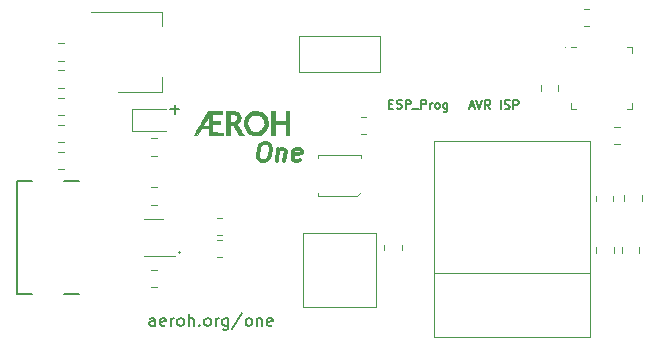
<source format=gbr>
%TF.GenerationSoftware,KiCad,Pcbnew,(6.0.0-0)*%
%TF.CreationDate,2022-04-04T00:22:25-07:00*%
%TF.ProjectId,aeroh_one,6165726f-685f-46f6-9e65-2e6b69636164,rev?*%
%TF.SameCoordinates,Original*%
%TF.FileFunction,Legend,Top*%
%TF.FilePolarity,Positive*%
%FSLAX46Y46*%
G04 Gerber Fmt 4.6, Leading zero omitted, Abs format (unit mm)*
G04 Created by KiCad (PCBNEW (6.0.0-0)) date 2022-04-04 00:22:25*
%MOMM*%
%LPD*%
G01*
G04 APERTURE LIST*
%ADD10C,0.120000*%
%ADD11C,0.150000*%
%ADD12C,0.300000*%
%ADD13C,0.200000*%
%ADD14C,0.010000*%
G04 APERTURE END LIST*
D10*
X139677953Y-127499356D02*
G75*
G03*
X139677953Y-127499356I-74053J0D01*
G01*
X172316682Y-110147100D02*
G75*
G03*
X172316682Y-110147100I-53882J0D01*
G01*
D11*
X164180571Y-115137000D02*
X164537714Y-115137000D01*
X164109142Y-115351285D02*
X164359142Y-114601285D01*
X164609142Y-115351285D01*
X164752000Y-114601285D02*
X165002000Y-115351285D01*
X165252000Y-114601285D01*
X165930571Y-115351285D02*
X165680571Y-114994142D01*
X165502000Y-115351285D02*
X165502000Y-114601285D01*
X165787714Y-114601285D01*
X165859142Y-114637000D01*
X165894857Y-114672714D01*
X165930571Y-114744142D01*
X165930571Y-114851285D01*
X165894857Y-114922714D01*
X165859142Y-114958428D01*
X165787714Y-114994142D01*
X165502000Y-114994142D01*
X166823428Y-115351285D02*
X166823428Y-114601285D01*
X167144857Y-115315571D02*
X167252000Y-115351285D01*
X167430571Y-115351285D01*
X167502000Y-115315571D01*
X167537714Y-115279857D01*
X167573428Y-115208428D01*
X167573428Y-115137000D01*
X167537714Y-115065571D01*
X167502000Y-115029857D01*
X167430571Y-114994142D01*
X167287714Y-114958428D01*
X167216285Y-114922714D01*
X167180571Y-114887000D01*
X167144857Y-114815571D01*
X167144857Y-114744142D01*
X167180571Y-114672714D01*
X167216285Y-114637000D01*
X167287714Y-114601285D01*
X167466285Y-114601285D01*
X167573428Y-114637000D01*
X167894857Y-115351285D02*
X167894857Y-114601285D01*
X168180571Y-114601285D01*
X168252000Y-114637000D01*
X168287714Y-114672714D01*
X168323428Y-114744142D01*
X168323428Y-114851285D01*
X168287714Y-114922714D01*
X168252000Y-114958428D01*
X168180571Y-114994142D01*
X167894857Y-114994142D01*
D12*
X146740504Y-118227428D02*
X147030790Y-118227428D01*
X147166861Y-118300000D01*
X147293861Y-118445142D01*
X147330147Y-118735428D01*
X147266647Y-119243428D01*
X147157790Y-119533714D01*
X146994504Y-119678857D01*
X146840290Y-119751428D01*
X146550004Y-119751428D01*
X146413933Y-119678857D01*
X146286933Y-119533714D01*
X146250647Y-119243428D01*
X146314147Y-118735428D01*
X146423004Y-118445142D01*
X146586290Y-118300000D01*
X146740504Y-118227428D01*
X147983290Y-118735428D02*
X147856290Y-119751428D01*
X147965147Y-118880571D02*
X148046790Y-118808000D01*
X148201004Y-118735428D01*
X148418718Y-118735428D01*
X148554790Y-118808000D01*
X148609218Y-118953142D01*
X148509433Y-119751428D01*
X149824790Y-119678857D02*
X149670576Y-119751428D01*
X149380290Y-119751428D01*
X149244218Y-119678857D01*
X149189790Y-119533714D01*
X149262361Y-118953142D01*
X149353076Y-118808000D01*
X149507290Y-118735428D01*
X149797576Y-118735428D01*
X149933647Y-118808000D01*
X149988076Y-118953142D01*
X149969933Y-119098285D01*
X149226076Y-119243428D01*
D11*
X157377714Y-114928428D02*
X157627714Y-114928428D01*
X157734857Y-115321285D02*
X157377714Y-115321285D01*
X157377714Y-114571285D01*
X157734857Y-114571285D01*
X158020571Y-115285571D02*
X158127714Y-115321285D01*
X158306285Y-115321285D01*
X158377714Y-115285571D01*
X158413428Y-115249857D01*
X158449142Y-115178428D01*
X158449142Y-115107000D01*
X158413428Y-115035571D01*
X158377714Y-114999857D01*
X158306285Y-114964142D01*
X158163428Y-114928428D01*
X158092000Y-114892714D01*
X158056285Y-114857000D01*
X158020571Y-114785571D01*
X158020571Y-114714142D01*
X158056285Y-114642714D01*
X158092000Y-114607000D01*
X158163428Y-114571285D01*
X158342000Y-114571285D01*
X158449142Y-114607000D01*
X158770571Y-115321285D02*
X158770571Y-114571285D01*
X159056285Y-114571285D01*
X159127714Y-114607000D01*
X159163428Y-114642714D01*
X159199142Y-114714142D01*
X159199142Y-114821285D01*
X159163428Y-114892714D01*
X159127714Y-114928428D01*
X159056285Y-114964142D01*
X158770571Y-114964142D01*
X159342000Y-115392714D02*
X159913428Y-115392714D01*
X160092000Y-115321285D02*
X160092000Y-114571285D01*
X160377714Y-114571285D01*
X160449142Y-114607000D01*
X160484857Y-114642714D01*
X160520571Y-114714142D01*
X160520571Y-114821285D01*
X160484857Y-114892714D01*
X160449142Y-114928428D01*
X160377714Y-114964142D01*
X160092000Y-114964142D01*
X160842000Y-115321285D02*
X160842000Y-114821285D01*
X160842000Y-114964142D02*
X160877714Y-114892714D01*
X160913428Y-114857000D01*
X160984857Y-114821285D01*
X161056285Y-114821285D01*
X161413428Y-115321285D02*
X161342000Y-115285571D01*
X161306285Y-115249857D01*
X161270571Y-115178428D01*
X161270571Y-114964142D01*
X161306285Y-114892714D01*
X161342000Y-114857000D01*
X161413428Y-114821285D01*
X161520571Y-114821285D01*
X161592000Y-114857000D01*
X161627714Y-114892714D01*
X161663428Y-114964142D01*
X161663428Y-115178428D01*
X161627714Y-115249857D01*
X161592000Y-115285571D01*
X161520571Y-115321285D01*
X161413428Y-115321285D01*
X162306285Y-114821285D02*
X162306285Y-115428428D01*
X162270571Y-115499857D01*
X162234857Y-115535571D01*
X162163428Y-115571285D01*
X162056285Y-115571285D01*
X161984857Y-115535571D01*
X162306285Y-115285571D02*
X162234857Y-115321285D01*
X162092000Y-115321285D01*
X162020571Y-115285571D01*
X161984857Y-115249857D01*
X161949142Y-115178428D01*
X161949142Y-114964142D01*
X161984857Y-114892714D01*
X162020571Y-114857000D01*
X162092000Y-114821285D01*
X162234857Y-114821285D01*
X162306285Y-114857000D01*
X138821047Y-115383428D02*
X139582952Y-115383428D01*
X139202000Y-115764380D02*
X139202000Y-115002476D01*
D13*
X137543904Y-133714380D02*
X137543904Y-133190571D01*
X137496285Y-133095333D01*
X137401047Y-133047714D01*
X137210571Y-133047714D01*
X137115333Y-133095333D01*
X137543904Y-133666761D02*
X137448666Y-133714380D01*
X137210571Y-133714380D01*
X137115333Y-133666761D01*
X137067714Y-133571523D01*
X137067714Y-133476285D01*
X137115333Y-133381047D01*
X137210571Y-133333428D01*
X137448666Y-133333428D01*
X137543904Y-133285809D01*
X138401047Y-133666761D02*
X138305809Y-133714380D01*
X138115333Y-133714380D01*
X138020095Y-133666761D01*
X137972476Y-133571523D01*
X137972476Y-133190571D01*
X138020095Y-133095333D01*
X138115333Y-133047714D01*
X138305809Y-133047714D01*
X138401047Y-133095333D01*
X138448666Y-133190571D01*
X138448666Y-133285809D01*
X137972476Y-133381047D01*
X138877238Y-133714380D02*
X138877238Y-133047714D01*
X138877238Y-133238190D02*
X138924857Y-133142952D01*
X138972476Y-133095333D01*
X139067714Y-133047714D01*
X139162952Y-133047714D01*
X139639142Y-133714380D02*
X139543904Y-133666761D01*
X139496285Y-133619142D01*
X139448666Y-133523904D01*
X139448666Y-133238190D01*
X139496285Y-133142952D01*
X139543904Y-133095333D01*
X139639142Y-133047714D01*
X139782000Y-133047714D01*
X139877238Y-133095333D01*
X139924857Y-133142952D01*
X139972476Y-133238190D01*
X139972476Y-133523904D01*
X139924857Y-133619142D01*
X139877238Y-133666761D01*
X139782000Y-133714380D01*
X139639142Y-133714380D01*
X140401047Y-133714380D02*
X140401047Y-132714380D01*
X140829619Y-133714380D02*
X140829619Y-133190571D01*
X140782000Y-133095333D01*
X140686761Y-133047714D01*
X140543904Y-133047714D01*
X140448666Y-133095333D01*
X140401047Y-133142952D01*
X141305809Y-133619142D02*
X141353428Y-133666761D01*
X141305809Y-133714380D01*
X141258190Y-133666761D01*
X141305809Y-133619142D01*
X141305809Y-133714380D01*
X141924857Y-133714380D02*
X141829619Y-133666761D01*
X141782000Y-133619142D01*
X141734380Y-133523904D01*
X141734380Y-133238190D01*
X141782000Y-133142952D01*
X141829619Y-133095333D01*
X141924857Y-133047714D01*
X142067714Y-133047714D01*
X142162952Y-133095333D01*
X142210571Y-133142952D01*
X142258190Y-133238190D01*
X142258190Y-133523904D01*
X142210571Y-133619142D01*
X142162952Y-133666761D01*
X142067714Y-133714380D01*
X141924857Y-133714380D01*
X142686761Y-133714380D02*
X142686761Y-133047714D01*
X142686761Y-133238190D02*
X142734380Y-133142952D01*
X142782000Y-133095333D01*
X142877238Y-133047714D01*
X142972476Y-133047714D01*
X143734380Y-133047714D02*
X143734380Y-133857238D01*
X143686761Y-133952476D01*
X143639142Y-134000095D01*
X143543904Y-134047714D01*
X143401047Y-134047714D01*
X143305809Y-134000095D01*
X143734380Y-133666761D02*
X143639142Y-133714380D01*
X143448666Y-133714380D01*
X143353428Y-133666761D01*
X143305809Y-133619142D01*
X143258190Y-133523904D01*
X143258190Y-133238190D01*
X143305809Y-133142952D01*
X143353428Y-133095333D01*
X143448666Y-133047714D01*
X143639142Y-133047714D01*
X143734380Y-133095333D01*
X144924857Y-132666761D02*
X144067714Y-133952476D01*
X145401047Y-133714380D02*
X145305809Y-133666761D01*
X145258190Y-133619142D01*
X145210571Y-133523904D01*
X145210571Y-133238190D01*
X145258190Y-133142952D01*
X145305809Y-133095333D01*
X145401047Y-133047714D01*
X145543904Y-133047714D01*
X145639142Y-133095333D01*
X145686761Y-133142952D01*
X145734380Y-133238190D01*
X145734380Y-133523904D01*
X145686761Y-133619142D01*
X145639142Y-133666761D01*
X145543904Y-133714380D01*
X145401047Y-133714380D01*
X146162952Y-133047714D02*
X146162952Y-133714380D01*
X146162952Y-133142952D02*
X146210571Y-133095333D01*
X146305809Y-133047714D01*
X146448666Y-133047714D01*
X146543904Y-133095333D01*
X146591523Y-133190571D01*
X146591523Y-133714380D01*
X147448666Y-133666761D02*
X147353428Y-133714380D01*
X147162952Y-133714380D01*
X147067714Y-133666761D01*
X147020095Y-133571523D01*
X147020095Y-133190571D01*
X147067714Y-133095333D01*
X147162952Y-133047714D01*
X147353428Y-133047714D01*
X147448666Y-133095333D01*
X147496285Y-133190571D01*
X147496285Y-133285809D01*
X147020095Y-133381047D01*
D10*
%TO.C,C1*%
X129330748Y-118986600D02*
X129853252Y-118986600D01*
X129330748Y-120456600D02*
X129853252Y-120456600D01*
%TO.C,C2*%
X129823252Y-114386600D02*
X129300748Y-114386600D01*
X129823252Y-115856600D02*
X129300748Y-115856600D01*
%TO.C,C3*%
X129818652Y-112086600D02*
X129296148Y-112086600D01*
X129818652Y-113556600D02*
X129296148Y-113556600D01*
%TO.C,C4*%
X129818652Y-111256600D02*
X129296148Y-111256600D01*
X129818652Y-109786600D02*
X129296148Y-109786600D01*
%TO.C,D1*%
X138450000Y-115361600D02*
X135565000Y-115361600D01*
X135565000Y-115361600D02*
X135565000Y-117181600D01*
X135565000Y-117181600D02*
X138450000Y-117181600D01*
%TO.C,D3*%
X149762000Y-112212000D02*
X156562000Y-112212000D01*
X156562000Y-109212000D02*
X156562000Y-112212000D01*
X149762000Y-109212000D02*
X156562000Y-109212000D01*
X149762000Y-109212000D02*
X149762000Y-112212000D01*
%TO.C,FB1*%
X129823252Y-116711600D02*
X129300748Y-116711600D01*
X129823252Y-118131600D02*
X129300748Y-118131600D01*
D13*
%TO.C,J1*%
X127130000Y-121442156D02*
X125850000Y-121442156D01*
X125850000Y-131022156D02*
X127130000Y-131022156D01*
X131100000Y-121442156D02*
X129850000Y-121442156D01*
X131100000Y-131022156D02*
X129850000Y-131022156D01*
X125850000Y-121442156D02*
X125850000Y-131022156D01*
D10*
%TO.C,R1*%
X137677064Y-121997156D02*
X137222936Y-121997156D01*
X137677064Y-123467156D02*
X137222936Y-123467156D01*
%TO.C,R2*%
X137677064Y-130467156D02*
X137222936Y-130467156D01*
X137677064Y-128997156D02*
X137222936Y-128997156D01*
%TO.C,R3*%
X137677064Y-117836600D02*
X137222936Y-117836600D01*
X137677064Y-119306600D02*
X137222936Y-119306600D01*
%TO.C,R16*%
X156967000Y-126864936D02*
X156967000Y-127319064D01*
X158437000Y-126864936D02*
X158437000Y-127319064D01*
%TO.C,U2*%
X137450000Y-127792156D02*
X136650000Y-127792156D01*
X137450000Y-127792156D02*
X139250000Y-127792156D01*
X137450000Y-124672156D02*
X136650000Y-124672156D01*
X137450000Y-124672156D02*
X138250000Y-124672156D01*
%TO.C,U3*%
X132131600Y-107111600D02*
X138141600Y-107111600D01*
X138141600Y-113931600D02*
X138141600Y-112671600D01*
X134381600Y-113931600D02*
X138141600Y-113931600D01*
X138141600Y-107111600D02*
X138141600Y-108371600D01*
%TO.C,C7*%
X176372200Y-127011548D02*
X176372200Y-127534052D01*
X174902200Y-127011548D02*
X174902200Y-127534052D01*
%TO.C,C8*%
X178531200Y-127011548D02*
X178531200Y-127534052D01*
X177061200Y-127011548D02*
X177061200Y-127534052D01*
%TO.C,C9*%
X178757000Y-123179752D02*
X178757000Y-122657248D01*
X177287000Y-123179752D02*
X177287000Y-122657248D01*
%TO.C,R12*%
X174874000Y-122691436D02*
X174874000Y-123145564D01*
X176344000Y-122691436D02*
X176344000Y-123145564D01*
%TO.C,U4*%
X174335000Y-129265000D02*
X161135000Y-129265000D01*
X174335000Y-134665000D02*
X174335000Y-118065000D01*
X161135000Y-134665000D02*
X161135000Y-118065000D01*
X174335000Y-118065000D02*
X161135000Y-118065000D01*
X174335000Y-134665000D02*
X161135000Y-134665000D01*
%TO.C,C10*%
X170207000Y-113298248D02*
X170207000Y-113820752D01*
X171677000Y-113298248D02*
X171677000Y-113820752D01*
%TO.C,C11*%
X176892852Y-118362400D02*
X176370348Y-118362400D01*
X176892852Y-116892400D02*
X176370348Y-116892400D01*
%TO.C,R17*%
X174299064Y-106897000D02*
X173844936Y-106897000D01*
X174299064Y-108367000D02*
X173844936Y-108367000D01*
%TO.C,U5*%
X177483000Y-110145000D02*
X177958000Y-110145000D01*
X173213000Y-115365000D02*
X172738000Y-115365000D01*
X172738000Y-115365000D02*
X172738000Y-114890000D01*
X177958000Y-115365000D02*
X177958000Y-114890000D01*
X177483000Y-115365000D02*
X177958000Y-115365000D01*
X177958000Y-110145000D02*
X177958000Y-110620000D01*
X173213000Y-110145000D02*
X172738000Y-110145000D01*
D14*
%TO.C,G\u002A\u002A\u002A*%
X143206306Y-115768250D02*
X142377278Y-115768250D01*
X142377278Y-115768250D02*
X142377278Y-116402504D01*
X142377278Y-116402504D02*
X143074014Y-116412070D01*
X143074014Y-116412070D02*
X143074014Y-116623736D01*
X143074014Y-116623736D02*
X142725646Y-116628519D01*
X142725646Y-116628519D02*
X142377278Y-116633301D01*
X142377278Y-116633301D02*
X142377278Y-117337505D01*
X142377278Y-117337505D02*
X143268042Y-117346931D01*
X143268042Y-117346931D02*
X143273293Y-117457174D01*
X143273293Y-117457174D02*
X143278545Y-117567417D01*
X143278545Y-117567417D02*
X142095056Y-117567417D01*
X142095056Y-117567417D02*
X142095056Y-117002972D01*
X142095056Y-117002972D02*
X141447510Y-117002972D01*
X141447510Y-117002972D02*
X141287864Y-117280785D01*
X141287864Y-117280785D02*
X141128219Y-117558597D01*
X141128219Y-117558597D02*
X140992549Y-117563780D01*
X140992549Y-117563780D02*
X140926920Y-117564387D01*
X140926920Y-117564387D02*
X140881413Y-117560994D01*
X140881413Y-117560994D02*
X140862958Y-117554194D01*
X140862958Y-117554194D02*
X140863016Y-117552727D01*
X140863016Y-117552727D02*
X140872688Y-117535025D01*
X140872688Y-117535025D02*
X140898542Y-117489385D01*
X140898542Y-117489385D02*
X140939086Y-117418400D01*
X140939086Y-117418400D02*
X140992830Y-117324666D01*
X140992830Y-117324666D02*
X141058282Y-117210774D01*
X141058282Y-117210774D02*
X141133951Y-117079320D01*
X141133951Y-117079320D02*
X141218347Y-116932897D01*
X141218347Y-116932897D02*
X141306286Y-116780494D01*
X141306286Y-116780494D02*
X141583528Y-116780494D01*
X141583528Y-116780494D02*
X141600115Y-116784376D01*
X141600115Y-116784376D02*
X141645675Y-116787639D01*
X141645675Y-116787639D02*
X141713903Y-116790010D01*
X141713903Y-116790010D02*
X141798495Y-116791212D01*
X141798495Y-116791212D02*
X141831026Y-116791306D01*
X141831026Y-116791306D02*
X141937131Y-116790387D01*
X141937131Y-116790387D02*
X142011892Y-116787404D01*
X142011892Y-116787404D02*
X142059201Y-116782017D01*
X142059201Y-116782017D02*
X142082948Y-116773884D01*
X142082948Y-116773884D02*
X142087119Y-116768908D01*
X142087119Y-116768908D02*
X142089341Y-116745591D01*
X142089341Y-116745591D02*
X142090955Y-116692178D01*
X142090955Y-116692178D02*
X142091917Y-116613843D01*
X142091917Y-116613843D02*
X142092181Y-116515764D01*
X142092181Y-116515764D02*
X142091703Y-116403117D01*
X142091703Y-116403117D02*
X142090975Y-116324755D01*
X142090975Y-116324755D02*
X142086236Y-115902999D01*
X142086236Y-115902999D02*
X141834882Y-116336341D01*
X141834882Y-116336341D02*
X141770112Y-116448373D01*
X141770112Y-116448373D02*
X141711529Y-116550406D01*
X141711529Y-116550406D02*
X141661370Y-116638488D01*
X141661370Y-116638488D02*
X141621873Y-116708665D01*
X141621873Y-116708665D02*
X141595274Y-116756984D01*
X141595274Y-116756984D02*
X141583811Y-116779491D01*
X141583811Y-116779491D02*
X141583528Y-116780494D01*
X141583528Y-116780494D02*
X141306286Y-116780494D01*
X141306286Y-116780494D02*
X141309977Y-116774099D01*
X141309977Y-116774099D02*
X141407352Y-116605520D01*
X141407352Y-116605520D02*
X141441444Y-116546537D01*
X141441444Y-116546537D02*
X142013735Y-115556583D01*
X142013735Y-115556583D02*
X143206306Y-115556583D01*
X143206306Y-115556583D02*
X143206306Y-115768250D01*
X143206306Y-115768250D02*
X143206306Y-115768250D01*
G36*
X141407352Y-116605520D02*
G01*
X141441444Y-116546537D01*
X142013735Y-115556583D01*
X143206306Y-115556583D01*
X143206306Y-115768250D01*
X142377278Y-115768250D01*
X142377278Y-116402504D01*
X143074014Y-116412070D01*
X143074014Y-116623736D01*
X142725646Y-116628519D01*
X142377278Y-116633301D01*
X142377278Y-117337505D01*
X143268042Y-117346931D01*
X143273293Y-117457174D01*
X143278545Y-117567417D01*
X142095056Y-117567417D01*
X142095056Y-117002972D01*
X141447510Y-117002972D01*
X141287864Y-117280785D01*
X141128219Y-117558597D01*
X140992549Y-117563780D01*
X140926920Y-117564387D01*
X140881413Y-117560994D01*
X140862958Y-117554194D01*
X140863016Y-117552727D01*
X140872688Y-117535025D01*
X140898542Y-117489385D01*
X140939086Y-117418400D01*
X140992830Y-117324666D01*
X141058282Y-117210774D01*
X141133951Y-117079320D01*
X141218347Y-116932897D01*
X141306286Y-116780494D01*
X141583528Y-116780494D01*
X141600115Y-116784376D01*
X141645675Y-116787639D01*
X141713903Y-116790010D01*
X141798495Y-116791212D01*
X141831026Y-116791306D01*
X141937131Y-116790387D01*
X142011892Y-116787404D01*
X142059201Y-116782017D01*
X142082948Y-116773884D01*
X142087119Y-116768908D01*
X142089341Y-116745591D01*
X142090955Y-116692178D01*
X142091917Y-116613843D01*
X142092181Y-116515764D01*
X142091703Y-116403117D01*
X142090975Y-116324755D01*
X142086236Y-115902999D01*
X141834882Y-116336341D01*
X141770112Y-116448373D01*
X141711529Y-116550406D01*
X141661370Y-116638488D01*
X141621873Y-116708665D01*
X141595274Y-116756984D01*
X141583811Y-116779491D01*
X141583528Y-116780494D01*
X141306286Y-116780494D01*
X141309977Y-116774099D01*
X141407352Y-116605520D01*
G37*
X141407352Y-116605520D02*
X141441444Y-116546537D01*
X142013735Y-115556583D01*
X143206306Y-115556583D01*
X143206306Y-115768250D01*
X142377278Y-115768250D01*
X142377278Y-116402504D01*
X143074014Y-116412070D01*
X143074014Y-116623736D01*
X142725646Y-116628519D01*
X142377278Y-116633301D01*
X142377278Y-117337505D01*
X143268042Y-117346931D01*
X143273293Y-117457174D01*
X143278545Y-117567417D01*
X142095056Y-117567417D01*
X142095056Y-117002972D01*
X141447510Y-117002972D01*
X141287864Y-117280785D01*
X141128219Y-117558597D01*
X140992549Y-117563780D01*
X140926920Y-117564387D01*
X140881413Y-117560994D01*
X140862958Y-117554194D01*
X140863016Y-117552727D01*
X140872688Y-117535025D01*
X140898542Y-117489385D01*
X140939086Y-117418400D01*
X140992830Y-117324666D01*
X141058282Y-117210774D01*
X141133951Y-117079320D01*
X141218347Y-116932897D01*
X141306286Y-116780494D01*
X141583528Y-116780494D01*
X141600115Y-116784376D01*
X141645675Y-116787639D01*
X141713903Y-116790010D01*
X141798495Y-116791212D01*
X141831026Y-116791306D01*
X141937131Y-116790387D01*
X142011892Y-116787404D01*
X142059201Y-116782017D01*
X142082948Y-116773884D01*
X142087119Y-116768908D01*
X142089341Y-116745591D01*
X142090955Y-116692178D01*
X142091917Y-116613843D01*
X142092181Y-116515764D01*
X142091703Y-116403117D01*
X142090975Y-116324755D01*
X142086236Y-115902999D01*
X141834882Y-116336341D01*
X141770112Y-116448373D01*
X141711529Y-116550406D01*
X141661370Y-116638488D01*
X141621873Y-116708665D01*
X141595274Y-116756984D01*
X141583811Y-116779491D01*
X141583528Y-116780494D01*
X141306286Y-116780494D01*
X141309977Y-116774099D01*
X141407352Y-116605520D01*
X146143181Y-115544733D02*
X146329828Y-115572496D01*
X146329828Y-115572496D02*
X146502063Y-115630753D01*
X146502063Y-115630753D02*
X146657332Y-115716770D01*
X146657332Y-115716770D02*
X146793082Y-115827815D01*
X146793082Y-115827815D02*
X146906759Y-115961156D01*
X146906759Y-115961156D02*
X146995810Y-116114060D01*
X146995810Y-116114060D02*
X147057680Y-116283796D01*
X147057680Y-116283796D02*
X147089816Y-116467630D01*
X147089816Y-116467630D02*
X147093935Y-116562000D01*
X147093935Y-116562000D02*
X147077781Y-116747243D01*
X147077781Y-116747243D02*
X147030784Y-116920272D01*
X147030784Y-116920272D02*
X146956007Y-117078620D01*
X146956007Y-117078620D02*
X146856511Y-117219821D01*
X146856511Y-117219821D02*
X146735358Y-117341410D01*
X146735358Y-117341410D02*
X146595609Y-117440918D01*
X146595609Y-117440918D02*
X146440326Y-117515881D01*
X146440326Y-117515881D02*
X146272572Y-117563832D01*
X146272572Y-117563832D02*
X146095407Y-117582303D01*
X146095407Y-117582303D02*
X145911893Y-117568830D01*
X145911893Y-117568830D02*
X145857003Y-117558395D01*
X145857003Y-117558395D02*
X145784787Y-117537421D01*
X145784787Y-117537421D02*
X145700412Y-117505227D01*
X145700412Y-117505227D02*
X145621978Y-117468729D01*
X145621978Y-117468729D02*
X145621007Y-117468220D01*
X145621007Y-117468220D02*
X145460155Y-117364819D01*
X145460155Y-117364819D02*
X145325131Y-117238480D01*
X145325131Y-117238480D02*
X145217583Y-117091933D01*
X145217583Y-117091933D02*
X145139158Y-116927909D01*
X145139158Y-116927909D02*
X145091505Y-116749136D01*
X145091505Y-116749136D02*
X145079471Y-116604579D01*
X145079471Y-116604579D02*
X145345974Y-116604579D01*
X145345974Y-116604579D02*
X145354251Y-116668826D01*
X145354251Y-116668826D02*
X145400667Y-116830779D01*
X145400667Y-116830779D02*
X145474972Y-116973724D01*
X145474972Y-116973724D02*
X145574913Y-117095003D01*
X145574913Y-117095003D02*
X145698238Y-117191957D01*
X145698238Y-117191957D02*
X145842693Y-117261928D01*
X145842693Y-117261928D02*
X145862671Y-117268826D01*
X145862671Y-117268826D02*
X145993753Y-117296094D01*
X145993753Y-117296094D02*
X146135374Y-117298161D01*
X146135374Y-117298161D02*
X146274546Y-117275824D01*
X146274546Y-117275824D02*
X146384372Y-117236761D01*
X146384372Y-117236761D02*
X146527338Y-117151566D01*
X146527338Y-117151566D02*
X146642445Y-117044826D01*
X146642445Y-117044826D02*
X146730236Y-116915922D01*
X146730236Y-116915922D02*
X146787422Y-116776967D01*
X146787422Y-116776967D02*
X146818107Y-116621332D01*
X146818107Y-116621332D02*
X146815421Y-116467904D01*
X146815421Y-116467904D02*
X146781218Y-116320786D01*
X146781218Y-116320786D02*
X146717354Y-116184082D01*
X146717354Y-116184082D02*
X146625685Y-116061895D01*
X146625685Y-116061895D02*
X146508064Y-115958327D01*
X146508064Y-115958327D02*
X146384474Y-115885805D01*
X146384474Y-115885805D02*
X146327845Y-115860290D01*
X146327845Y-115860290D02*
X146280610Y-115843993D01*
X146280610Y-115843993D02*
X146231685Y-115834871D01*
X146231685Y-115834871D02*
X146169987Y-115830882D01*
X146169987Y-115830882D02*
X146084435Y-115829987D01*
X146084435Y-115829987D02*
X146081445Y-115829986D01*
X146081445Y-115829986D02*
X145995097Y-115830814D01*
X145995097Y-115830814D02*
X145932905Y-115834669D01*
X145932905Y-115834669D02*
X145883759Y-115843608D01*
X145883759Y-115843608D02*
X145836550Y-115859689D01*
X145836550Y-115859689D02*
X145780168Y-115884970D01*
X145780168Y-115884970D02*
X145777337Y-115886309D01*
X145777337Y-115886309D02*
X145649235Y-115964677D01*
X145649235Y-115964677D02*
X145539652Y-116066913D01*
X145539652Y-116066913D02*
X145451561Y-116187520D01*
X145451561Y-116187520D02*
X145387936Y-116320999D01*
X145387936Y-116320999D02*
X145351750Y-116461851D01*
X145351750Y-116461851D02*
X145345974Y-116604579D01*
X145345974Y-116604579D02*
X145079471Y-116604579D01*
X145079471Y-116604579D02*
X145076237Y-116565738D01*
X145076237Y-116565738D02*
X145088455Y-116382214D01*
X145088455Y-116382214D02*
X145126211Y-116219518D01*
X145126211Y-116219518D02*
X145191876Y-116071871D01*
X145191876Y-116071871D02*
X145287823Y-115933495D01*
X145287823Y-115933495D02*
X145374693Y-115838636D01*
X145374693Y-115838636D02*
X145520115Y-115714961D01*
X145520115Y-115714961D02*
X145674421Y-115625108D01*
X145674421Y-115625108D02*
X145839676Y-115568288D01*
X145839676Y-115568288D02*
X146017948Y-115543710D01*
X146017948Y-115543710D02*
X146143181Y-115544733D01*
X146143181Y-115544733D02*
X146143181Y-115544733D01*
G36*
X145088455Y-116382214D02*
G01*
X145126211Y-116219518D01*
X145191876Y-116071871D01*
X145287823Y-115933495D01*
X145374693Y-115838636D01*
X145520115Y-115714961D01*
X145674421Y-115625108D01*
X145839676Y-115568288D01*
X146017948Y-115543710D01*
X146143181Y-115544733D01*
X146329828Y-115572496D01*
X146502063Y-115630753D01*
X146657332Y-115716770D01*
X146793082Y-115827815D01*
X146906759Y-115961156D01*
X146995810Y-116114060D01*
X147057680Y-116283796D01*
X147089816Y-116467630D01*
X147093935Y-116562000D01*
X147077781Y-116747243D01*
X147030784Y-116920272D01*
X146956007Y-117078620D01*
X146856511Y-117219821D01*
X146735358Y-117341410D01*
X146595609Y-117440918D01*
X146440326Y-117515881D01*
X146272572Y-117563832D01*
X146095407Y-117582303D01*
X145911893Y-117568830D01*
X145857003Y-117558395D01*
X145784787Y-117537421D01*
X145700412Y-117505227D01*
X145621978Y-117468729D01*
X145621007Y-117468220D01*
X145460155Y-117364819D01*
X145325131Y-117238480D01*
X145217583Y-117091933D01*
X145139158Y-116927909D01*
X145091505Y-116749136D01*
X145079471Y-116604579D01*
X145345974Y-116604579D01*
X145354251Y-116668826D01*
X145400667Y-116830779D01*
X145474972Y-116973724D01*
X145574913Y-117095003D01*
X145698238Y-117191957D01*
X145842693Y-117261928D01*
X145862671Y-117268826D01*
X145993753Y-117296094D01*
X146135374Y-117298161D01*
X146274546Y-117275824D01*
X146384372Y-117236761D01*
X146527338Y-117151566D01*
X146642445Y-117044826D01*
X146730236Y-116915922D01*
X146787422Y-116776967D01*
X146818107Y-116621332D01*
X146815421Y-116467904D01*
X146781218Y-116320786D01*
X146717354Y-116184082D01*
X146625685Y-116061895D01*
X146508064Y-115958327D01*
X146384474Y-115885805D01*
X146327845Y-115860290D01*
X146280610Y-115843993D01*
X146231685Y-115834871D01*
X146169987Y-115830882D01*
X146084435Y-115829987D01*
X146081445Y-115829986D01*
X145995097Y-115830814D01*
X145932905Y-115834669D01*
X145883759Y-115843608D01*
X145836550Y-115859689D01*
X145780168Y-115884970D01*
X145777337Y-115886309D01*
X145649235Y-115964677D01*
X145539652Y-116066913D01*
X145451561Y-116187520D01*
X145387936Y-116320999D01*
X145351750Y-116461851D01*
X145345974Y-116604579D01*
X145079471Y-116604579D01*
X145076237Y-116565738D01*
X145088455Y-116382214D01*
G37*
X145088455Y-116382214D02*
X145126211Y-116219518D01*
X145191876Y-116071871D01*
X145287823Y-115933495D01*
X145374693Y-115838636D01*
X145520115Y-115714961D01*
X145674421Y-115625108D01*
X145839676Y-115568288D01*
X146017948Y-115543710D01*
X146143181Y-115544733D01*
X146329828Y-115572496D01*
X146502063Y-115630753D01*
X146657332Y-115716770D01*
X146793082Y-115827815D01*
X146906759Y-115961156D01*
X146995810Y-116114060D01*
X147057680Y-116283796D01*
X147089816Y-116467630D01*
X147093935Y-116562000D01*
X147077781Y-116747243D01*
X147030784Y-116920272D01*
X146956007Y-117078620D01*
X146856511Y-117219821D01*
X146735358Y-117341410D01*
X146595609Y-117440918D01*
X146440326Y-117515881D01*
X146272572Y-117563832D01*
X146095407Y-117582303D01*
X145911893Y-117568830D01*
X145857003Y-117558395D01*
X145784787Y-117537421D01*
X145700412Y-117505227D01*
X145621978Y-117468729D01*
X145621007Y-117468220D01*
X145460155Y-117364819D01*
X145325131Y-117238480D01*
X145217583Y-117091933D01*
X145139158Y-116927909D01*
X145091505Y-116749136D01*
X145079471Y-116604579D01*
X145345974Y-116604579D01*
X145354251Y-116668826D01*
X145400667Y-116830779D01*
X145474972Y-116973724D01*
X145574913Y-117095003D01*
X145698238Y-117191957D01*
X145842693Y-117261928D01*
X145862671Y-117268826D01*
X145993753Y-117296094D01*
X146135374Y-117298161D01*
X146274546Y-117275824D01*
X146384372Y-117236761D01*
X146527338Y-117151566D01*
X146642445Y-117044826D01*
X146730236Y-116915922D01*
X146787422Y-116776967D01*
X146818107Y-116621332D01*
X146815421Y-116467904D01*
X146781218Y-116320786D01*
X146717354Y-116184082D01*
X146625685Y-116061895D01*
X146508064Y-115958327D01*
X146384474Y-115885805D01*
X146327845Y-115860290D01*
X146280610Y-115843993D01*
X146231685Y-115834871D01*
X146169987Y-115830882D01*
X146084435Y-115829987D01*
X146081445Y-115829986D01*
X145995097Y-115830814D01*
X145932905Y-115834669D01*
X145883759Y-115843608D01*
X145836550Y-115859689D01*
X145780168Y-115884970D01*
X145777337Y-115886309D01*
X145649235Y-115964677D01*
X145539652Y-116066913D01*
X145451561Y-116187520D01*
X145387936Y-116320999D01*
X145351750Y-116461851D01*
X145345974Y-116604579D01*
X145079471Y-116604579D01*
X145076237Y-116565738D01*
X145088455Y-116382214D01*
X143995646Y-115559594D02*
X144128249Y-115561556D01*
X144128249Y-115561556D02*
X144230763Y-115563645D01*
X144230763Y-115563645D02*
X144308378Y-115566381D01*
X144308378Y-115566381D02*
X144366281Y-115570285D01*
X144366281Y-115570285D02*
X144409660Y-115575875D01*
X144409660Y-115575875D02*
X144443703Y-115583672D01*
X144443703Y-115583672D02*
X144473598Y-115594195D01*
X144473598Y-115594195D02*
X144504532Y-115607965D01*
X144504532Y-115607965D02*
X144511584Y-115611288D01*
X144511584Y-115611288D02*
X144618360Y-115673796D01*
X144618360Y-115673796D02*
X144695295Y-115748847D01*
X144695295Y-115748847D02*
X144747264Y-115842716D01*
X144747264Y-115842716D02*
X144777741Y-115953897D01*
X144777741Y-115953897D02*
X144785454Y-116088811D01*
X144785454Y-116088811D02*
X144761001Y-116221766D01*
X144761001Y-116221766D02*
X144707284Y-116346935D01*
X144707284Y-116346935D02*
X144627202Y-116458489D01*
X144627202Y-116458489D02*
X144523654Y-116550599D01*
X144523654Y-116550599D02*
X144461942Y-116588640D01*
X144461942Y-116588640D02*
X144389507Y-116627384D01*
X144389507Y-116627384D02*
X144715129Y-117087424D01*
X144715129Y-117087424D02*
X144794388Y-117199703D01*
X144794388Y-117199703D02*
X144866678Y-117302688D01*
X144866678Y-117302688D02*
X144929574Y-117392879D01*
X144929574Y-117392879D02*
X144980651Y-117466774D01*
X144980651Y-117466774D02*
X145017483Y-117520874D01*
X145017483Y-117520874D02*
X145037645Y-117551678D01*
X145037645Y-117551678D02*
X145040750Y-117557441D01*
X145040750Y-117557441D02*
X145024367Y-117561658D01*
X145024367Y-117561658D02*
X144980233Y-117564993D01*
X144980233Y-117564993D02*
X144915873Y-117567013D01*
X144915873Y-117567013D02*
X144867048Y-117567417D01*
X144867048Y-117567417D02*
X144693345Y-117567417D01*
X144693345Y-117567417D02*
X144132347Y-116721607D01*
X144132347Y-116721607D02*
X144004465Y-116721179D01*
X144004465Y-116721179D02*
X143876584Y-116720750D01*
X143876584Y-116720750D02*
X143876584Y-117567417D01*
X143876584Y-117567417D02*
X143576722Y-117567417D01*
X143576722Y-117567417D02*
X143576722Y-116496338D01*
X143576722Y-116496338D02*
X143876584Y-116496338D01*
X143876584Y-116496338D02*
X144030924Y-116486836D01*
X144030924Y-116486836D02*
X144109837Y-116479342D01*
X144109837Y-116479342D02*
X144182786Y-116467849D01*
X144182786Y-116467849D02*
X144236925Y-116454505D01*
X144236925Y-116454505D02*
X144247000Y-116450714D01*
X144247000Y-116450714D02*
X144349391Y-116390898D01*
X144349391Y-116390898D02*
X144421871Y-116312755D01*
X144421871Y-116312755D02*
X144439406Y-116282520D01*
X144439406Y-116282520D02*
X144478247Y-116176304D01*
X144478247Y-116176304D02*
X144487703Y-116073456D01*
X144487703Y-116073456D02*
X144468359Y-115979585D01*
X144468359Y-115979585D02*
X144420798Y-115900299D01*
X144420798Y-115900299D02*
X144397167Y-115876657D01*
X144397167Y-115876657D02*
X144347873Y-115839997D01*
X144347873Y-115839997D02*
X144291520Y-115813348D01*
X144291520Y-115813348D02*
X144220581Y-115794548D01*
X144220581Y-115794548D02*
X144127528Y-115781438D01*
X144127528Y-115781438D02*
X144039743Y-115774113D01*
X144039743Y-115774113D02*
X143876584Y-115762929D01*
X143876584Y-115762929D02*
X143876584Y-116496338D01*
X143876584Y-116496338D02*
X143576722Y-116496338D01*
X143576722Y-116496338D02*
X143576722Y-115553785D01*
X143576722Y-115553785D02*
X143995646Y-115559594D01*
X143995646Y-115559594D02*
X143995646Y-115559594D01*
G36*
X143995646Y-115559594D02*
G01*
X144128249Y-115561556D01*
X144230763Y-115563645D01*
X144308378Y-115566381D01*
X144366281Y-115570285D01*
X144409660Y-115575875D01*
X144443703Y-115583672D01*
X144473598Y-115594195D01*
X144504532Y-115607965D01*
X144511584Y-115611288D01*
X144618360Y-115673796D01*
X144695295Y-115748847D01*
X144747264Y-115842716D01*
X144777741Y-115953897D01*
X144785454Y-116088811D01*
X144761001Y-116221766D01*
X144707284Y-116346935D01*
X144627202Y-116458489D01*
X144523654Y-116550599D01*
X144461942Y-116588640D01*
X144389507Y-116627384D01*
X144715129Y-117087424D01*
X144794388Y-117199703D01*
X144866678Y-117302688D01*
X144929574Y-117392879D01*
X144980651Y-117466774D01*
X145017483Y-117520874D01*
X145037645Y-117551678D01*
X145040750Y-117557441D01*
X145024367Y-117561658D01*
X144980233Y-117564993D01*
X144915873Y-117567013D01*
X144867048Y-117567417D01*
X144693345Y-117567417D01*
X144132347Y-116721607D01*
X144004465Y-116721179D01*
X143876584Y-116720750D01*
X143876584Y-117567417D01*
X143576722Y-117567417D01*
X143576722Y-116496338D01*
X143876584Y-116496338D01*
X144030924Y-116486836D01*
X144109837Y-116479342D01*
X144182786Y-116467849D01*
X144236925Y-116454505D01*
X144247000Y-116450714D01*
X144349391Y-116390898D01*
X144421871Y-116312755D01*
X144439406Y-116282520D01*
X144478247Y-116176304D01*
X144487703Y-116073456D01*
X144468359Y-115979585D01*
X144420798Y-115900299D01*
X144397167Y-115876657D01*
X144347873Y-115839997D01*
X144291520Y-115813348D01*
X144220581Y-115794548D01*
X144127528Y-115781438D01*
X144039743Y-115774113D01*
X143876584Y-115762929D01*
X143876584Y-116496338D01*
X143576722Y-116496338D01*
X143576722Y-115553785D01*
X143995646Y-115559594D01*
G37*
X143995646Y-115559594D02*
X144128249Y-115561556D01*
X144230763Y-115563645D01*
X144308378Y-115566381D01*
X144366281Y-115570285D01*
X144409660Y-115575875D01*
X144443703Y-115583672D01*
X144473598Y-115594195D01*
X144504532Y-115607965D01*
X144511584Y-115611288D01*
X144618360Y-115673796D01*
X144695295Y-115748847D01*
X144747264Y-115842716D01*
X144777741Y-115953897D01*
X144785454Y-116088811D01*
X144761001Y-116221766D01*
X144707284Y-116346935D01*
X144627202Y-116458489D01*
X144523654Y-116550599D01*
X144461942Y-116588640D01*
X144389507Y-116627384D01*
X144715129Y-117087424D01*
X144794388Y-117199703D01*
X144866678Y-117302688D01*
X144929574Y-117392879D01*
X144980651Y-117466774D01*
X145017483Y-117520874D01*
X145037645Y-117551678D01*
X145040750Y-117557441D01*
X145024367Y-117561658D01*
X144980233Y-117564993D01*
X144915873Y-117567013D01*
X144867048Y-117567417D01*
X144693345Y-117567417D01*
X144132347Y-116721607D01*
X144004465Y-116721179D01*
X143876584Y-116720750D01*
X143876584Y-117567417D01*
X143576722Y-117567417D01*
X143576722Y-116496338D01*
X143876584Y-116496338D01*
X144030924Y-116486836D01*
X144109837Y-116479342D01*
X144182786Y-116467849D01*
X144236925Y-116454505D01*
X144247000Y-116450714D01*
X144349391Y-116390898D01*
X144421871Y-116312755D01*
X144439406Y-116282520D01*
X144478247Y-116176304D01*
X144487703Y-116073456D01*
X144468359Y-115979585D01*
X144420798Y-115900299D01*
X144397167Y-115876657D01*
X144347873Y-115839997D01*
X144291520Y-115813348D01*
X144220581Y-115794548D01*
X144127528Y-115781438D01*
X144039743Y-115774113D01*
X143876584Y-115762929D01*
X143876584Y-116496338D01*
X143576722Y-116496338D01*
X143576722Y-115553785D01*
X143995646Y-115559594D01*
X147704222Y-116403836D02*
X148167243Y-116399133D01*
X148167243Y-116399133D02*
X148630264Y-116394431D01*
X148630264Y-116394431D02*
X148639722Y-115556583D01*
X148639722Y-115556583D02*
X148921306Y-115556583D01*
X148921306Y-115556583D02*
X148921306Y-117567417D01*
X148921306Y-117567417D02*
X148639660Y-117567417D01*
X148639660Y-117567417D02*
X148634962Y-117095576D01*
X148634962Y-117095576D02*
X148630264Y-116623736D01*
X148630264Y-116623736D02*
X148167243Y-116619034D01*
X148167243Y-116619034D02*
X147704222Y-116614331D01*
X147704222Y-116614331D02*
X147704222Y-117567417D01*
X147704222Y-117567417D02*
X147404361Y-117567417D01*
X147404361Y-117567417D02*
X147404361Y-115556583D01*
X147404361Y-115556583D02*
X147704222Y-115556583D01*
X147704222Y-115556583D02*
X147704222Y-116403836D01*
X147704222Y-116403836D02*
X147704222Y-116403836D01*
G36*
X147704222Y-116403836D02*
G01*
X148167243Y-116399133D01*
X148630264Y-116394431D01*
X148639722Y-115556583D01*
X148921306Y-115556583D01*
X148921306Y-117567417D01*
X148639660Y-117567417D01*
X148634962Y-117095576D01*
X148630264Y-116623736D01*
X148167243Y-116619034D01*
X147704222Y-116614331D01*
X147704222Y-117567417D01*
X147404361Y-117567417D01*
X147404361Y-115556583D01*
X147704222Y-115556583D01*
X147704222Y-116403836D01*
G37*
X147704222Y-116403836D02*
X148167243Y-116399133D01*
X148630264Y-116394431D01*
X148639722Y-115556583D01*
X148921306Y-115556583D01*
X148921306Y-117567417D01*
X148639660Y-117567417D01*
X148634962Y-117095576D01*
X148630264Y-116623736D01*
X148167243Y-116619034D01*
X147704222Y-116614331D01*
X147704222Y-117567417D01*
X147404361Y-117567417D01*
X147404361Y-115556583D01*
X147704222Y-115556583D01*
X147704222Y-116403836D01*
D10*
%TO.C,D2*%
X151312000Y-122742000D02*
X154662000Y-122742000D01*
X155012000Y-122392000D02*
X154662000Y-122742000D01*
X151312000Y-119242000D02*
X155012000Y-119242000D01*
X155012000Y-119242000D02*
X155012000Y-119542000D01*
X151312000Y-119242000D02*
X151312000Y-119542000D01*
X151312000Y-122442000D02*
X151312000Y-122742000D01*
%TO.C,R5*%
X143259064Y-126017156D02*
X142804936Y-126017156D01*
X143259064Y-124547156D02*
X142804936Y-124547156D01*
%TO.C,R4*%
X143259064Y-127917156D02*
X142804936Y-127917156D01*
X143259064Y-126447156D02*
X142804936Y-126447156D01*
%TO.C,S1*%
X150052000Y-132092000D02*
X156252000Y-132092000D01*
X156252000Y-132092000D02*
X156252000Y-125892000D01*
X156252000Y-125892000D02*
X150052000Y-125892000D01*
X150052000Y-125892000D02*
X150052000Y-132092000D01*
%TO.C,R6*%
X154954936Y-116027000D02*
X155409064Y-116027000D01*
X154954936Y-117497000D02*
X155409064Y-117497000D01*
%TD*%
M02*

</source>
